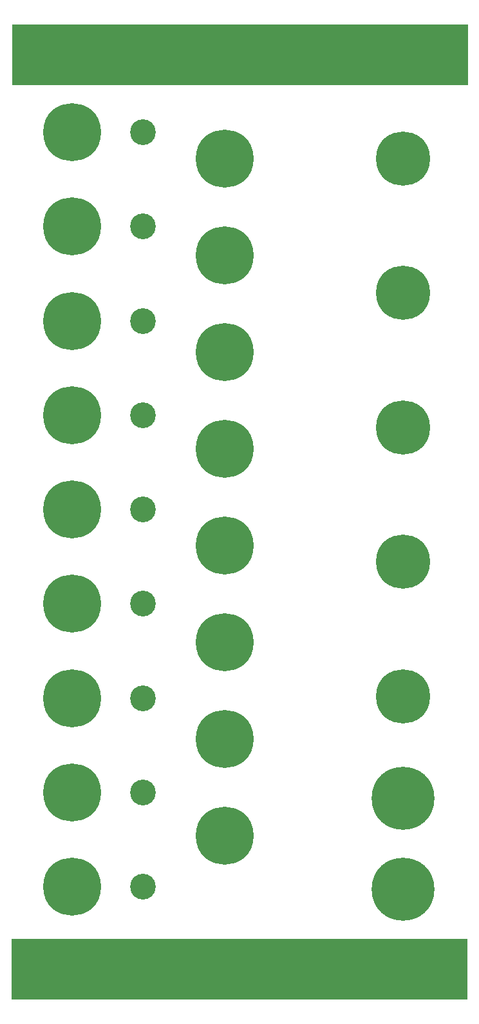
<source format=gbs>
G04 #@! TF.GenerationSoftware,KiCad,Pcbnew,(5.99.0-11177-g6c67dfa032)*
G04 #@! TF.CreationDate,2021-08-04T17:18:31-07:00*
G04 #@! TF.ProjectId,SCMv3-faceplate,53434d76-332d-4666-9163-65706c617465,rev?*
G04 #@! TF.SameCoordinates,PXfff14e48PY722417c*
G04 #@! TF.FileFunction,Soldermask,Bot*
G04 #@! TF.FilePolarity,Negative*
%FSLAX46Y46*%
G04 Gerber Fmt 4.6, Leading zero omitted, Abs format (unit mm)*
G04 Created by KiCad (PCBNEW (5.99.0-11177-g6c67dfa032)) date 2021-08-04 17:18:31*
%MOMM*%
%LPD*%
G01*
G04 APERTURE LIST*
%ADD10R,60.000000X8.000000*%
%ADD11C,3.378200*%
%ADD12O,7.366000X4.191000*%
%ADD13C,7.620000*%
%ADD14C,7.112000*%
%ADD15C,8.255000*%
G04 APERTURE END LIST*
D10*
X30343000Y124265500D03*
X30303000Y4225500D03*
D11*
X17574600Y101715000D03*
D12*
X7492999Y2997200D03*
D13*
X8244000Y52185000D03*
D14*
X51839200Y110655800D03*
D13*
X28344200Y21755800D03*
D11*
X17574600Y114097500D03*
D13*
X8244000Y39802500D03*
D12*
X53107000Y2997200D03*
D11*
X17574600Y52185000D03*
X17574600Y27420000D03*
D14*
X51839200Y75349800D03*
D13*
X8244000Y15037500D03*
X28344200Y97955800D03*
X28344200Y47155800D03*
D11*
X17574600Y89332500D03*
D13*
X28344200Y59855800D03*
X8244000Y114097500D03*
D14*
X51839200Y93002800D03*
D13*
X8244000Y64567500D03*
D12*
X7492999Y125502800D03*
D13*
X8244000Y101715000D03*
X8244000Y76950000D03*
X28344200Y85255800D03*
D15*
X51839200Y14694600D03*
D14*
X51839200Y40043800D03*
D15*
X51839200Y26632600D03*
D12*
X53107000Y125502800D03*
D13*
X8244000Y27420000D03*
D11*
X17574600Y15037500D03*
D13*
X8244000Y89332500D03*
D14*
X51839200Y57696800D03*
D11*
X17574600Y76950000D03*
D13*
X28344200Y110655800D03*
D11*
X17574600Y39802500D03*
D13*
X28344200Y72555800D03*
X28344200Y34455800D03*
D11*
X17574600Y64567500D03*
M02*

</source>
